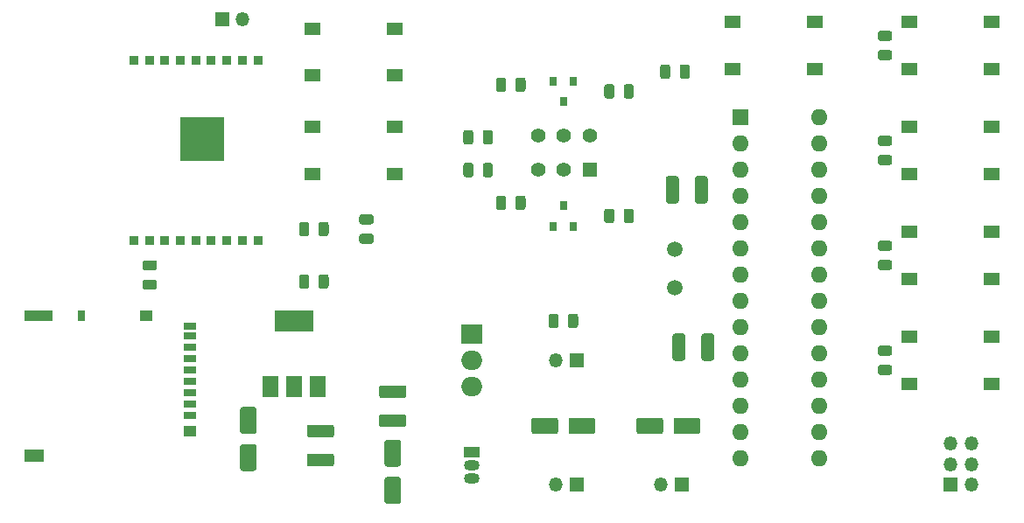
<source format=gbr>
%TF.GenerationSoftware,KiCad,Pcbnew,(5.1.6)-1*%
%TF.CreationDate,2020-08-22T17:33:05+07:00*%
%TF.ProjectId,PCB design,50434220-6465-4736-9967-6e2e6b696361,rev?*%
%TF.SameCoordinates,Original*%
%TF.FileFunction,Soldermask,Top*%
%TF.FilePolarity,Negative*%
%FSLAX46Y46*%
G04 Gerber Fmt 4.6, Leading zero omitted, Abs format (unit mm)*
G04 Created by KiCad (PCBNEW (5.1.6)-1) date 2020-08-22 17:33:05*
%MOMM*%
%LPD*%
G01*
G04 APERTURE LIST*
%ADD10R,1.550000X1.300000*%
%ADD11C,1.500000*%
%ADD12C,1.400000*%
%ADD13R,1.400000X1.400000*%
%ADD14O,1.350000X1.350000*%
%ADD15R,1.350000X1.350000*%
%ADD16O,2.000000X1.905000*%
%ADD17R,2.000000X1.905000*%
%ADD18R,0.800000X0.900000*%
%ADD19R,1.900000X1.300000*%
%ADD20R,2.800000X1.000000*%
%ADD21R,0.800000X1.000000*%
%ADD22R,1.200000X1.000000*%
%ADD23R,1.200000X0.700000*%
%ADD24R,1.500000X1.050000*%
%ADD25O,1.500000X1.050000*%
%ADD26R,1.500000X2.000000*%
%ADD27R,3.800000X2.000000*%
%ADD28O,1.600000X1.600000*%
%ADD29R,1.600000X1.600000*%
%ADD30R,4.300000X4.300000*%
%ADD31R,0.912500X0.850000*%
G04 APERTURE END LIST*
D10*
%TO.C,SW5*%
X134150000Y-141950000D03*
X134150000Y-137450000D03*
X126200000Y-137450000D03*
X126200000Y-141950000D03*
%TD*%
%TO.C,SW7*%
X134150000Y-121630000D03*
X134150000Y-117130000D03*
X126200000Y-117130000D03*
X126200000Y-121630000D03*
%TD*%
%TO.C,SW6*%
X134150000Y-131790000D03*
X134150000Y-127290000D03*
X126200000Y-127290000D03*
X126200000Y-131790000D03*
%TD*%
%TO.C,SW4*%
X134150000Y-152110000D03*
X134150000Y-147610000D03*
X126200000Y-147610000D03*
X126200000Y-152110000D03*
%TD*%
%TO.C,SW3*%
X76365000Y-122265000D03*
X76365000Y-117765000D03*
X68415000Y-117765000D03*
X68415000Y-122265000D03*
%TD*%
%TO.C,SW2*%
X76365000Y-131790000D03*
X76365000Y-127290000D03*
X68415000Y-127290000D03*
X68415000Y-131790000D03*
%TD*%
%TO.C,SW1*%
X117005000Y-121630000D03*
X117005000Y-117130000D03*
X109055000Y-117130000D03*
X109055000Y-121630000D03*
%TD*%
%TO.C,D2*%
G36*
G01*
X84905000Y-128726250D02*
X84905000Y-127813750D01*
G75*
G02*
X85148750Y-127570000I243750J0D01*
G01*
X85636250Y-127570000D01*
G75*
G02*
X85880000Y-127813750I0J-243750D01*
G01*
X85880000Y-128726250D01*
G75*
G02*
X85636250Y-128970000I-243750J0D01*
G01*
X85148750Y-128970000D01*
G75*
G02*
X84905000Y-128726250I0J243750D01*
G01*
G37*
G36*
G01*
X83030000Y-128726250D02*
X83030000Y-127813750D01*
G75*
G02*
X83273750Y-127570000I243750J0D01*
G01*
X83761250Y-127570000D01*
G75*
G02*
X84005000Y-127813750I0J-243750D01*
G01*
X84005000Y-128726250D01*
G75*
G02*
X83761250Y-128970000I-243750J0D01*
G01*
X83273750Y-128970000D01*
G75*
G02*
X83030000Y-128726250I0J243750D01*
G01*
G37*
%TD*%
%TO.C,D1*%
G36*
G01*
X84905000Y-131901250D02*
X84905000Y-130988750D01*
G75*
G02*
X85148750Y-130745000I243750J0D01*
G01*
X85636250Y-130745000D01*
G75*
G02*
X85880000Y-130988750I0J-243750D01*
G01*
X85880000Y-131901250D01*
G75*
G02*
X85636250Y-132145000I-243750J0D01*
G01*
X85148750Y-132145000D01*
G75*
G02*
X84905000Y-131901250I0J243750D01*
G01*
G37*
G36*
G01*
X83030000Y-131901250D02*
X83030000Y-130988750D01*
G75*
G02*
X83273750Y-130745000I243750J0D01*
G01*
X83761250Y-130745000D01*
G75*
G02*
X84005000Y-130988750I0J-243750D01*
G01*
X84005000Y-131901250D01*
G75*
G02*
X83761250Y-132145000I-243750J0D01*
G01*
X83273750Y-132145000D01*
G75*
G02*
X83030000Y-131901250I0J243750D01*
G01*
G37*
%TD*%
%TO.C,C8*%
G36*
G01*
X76750000Y-160155000D02*
X75650000Y-160155000D01*
G75*
G02*
X75400000Y-159905000I0J250000D01*
G01*
X75400000Y-157805000D01*
G75*
G02*
X75650000Y-157555000I250000J0D01*
G01*
X76750000Y-157555000D01*
G75*
G02*
X77000000Y-157805000I0J-250000D01*
G01*
X77000000Y-159905000D01*
G75*
G02*
X76750000Y-160155000I-250000J0D01*
G01*
G37*
G36*
G01*
X76750000Y-163755000D02*
X75650000Y-163755000D01*
G75*
G02*
X75400000Y-163505000I0J250000D01*
G01*
X75400000Y-161405000D01*
G75*
G02*
X75650000Y-161155000I250000J0D01*
G01*
X76750000Y-161155000D01*
G75*
G02*
X77000000Y-161405000I0J-250000D01*
G01*
X77000000Y-163505000D01*
G75*
G02*
X76750000Y-163755000I-250000J0D01*
G01*
G37*
%TD*%
%TO.C,C7*%
G36*
G01*
X102370000Y-155660000D02*
X102370000Y-156760000D01*
G75*
G02*
X102120000Y-157010000I-250000J0D01*
G01*
X100020000Y-157010000D01*
G75*
G02*
X99770000Y-156760000I0J250000D01*
G01*
X99770000Y-155660000D01*
G75*
G02*
X100020000Y-155410000I250000J0D01*
G01*
X102120000Y-155410000D01*
G75*
G02*
X102370000Y-155660000I0J-250000D01*
G01*
G37*
G36*
G01*
X105970000Y-155660000D02*
X105970000Y-156760000D01*
G75*
G02*
X105720000Y-157010000I-250000J0D01*
G01*
X103620000Y-157010000D01*
G75*
G02*
X103370000Y-156760000I0J250000D01*
G01*
X103370000Y-155660000D01*
G75*
G02*
X103620000Y-155410000I250000J0D01*
G01*
X105720000Y-155410000D01*
G75*
G02*
X105970000Y-155660000I0J-250000D01*
G01*
G37*
%TD*%
%TO.C,C5*%
G36*
G01*
X92210000Y-155660000D02*
X92210000Y-156760000D01*
G75*
G02*
X91960000Y-157010000I-250000J0D01*
G01*
X89860000Y-157010000D01*
G75*
G02*
X89610000Y-156760000I0J250000D01*
G01*
X89610000Y-155660000D01*
G75*
G02*
X89860000Y-155410000I250000J0D01*
G01*
X91960000Y-155410000D01*
G75*
G02*
X92210000Y-155660000I0J-250000D01*
G01*
G37*
G36*
G01*
X95810000Y-155660000D02*
X95810000Y-156760000D01*
G75*
G02*
X95560000Y-157010000I-250000J0D01*
G01*
X93460000Y-157010000D01*
G75*
G02*
X93210000Y-156760000I0J250000D01*
G01*
X93210000Y-155660000D01*
G75*
G02*
X93460000Y-155410000I250000J0D01*
G01*
X95560000Y-155410000D01*
G75*
G02*
X95810000Y-155660000I0J-250000D01*
G01*
G37*
%TD*%
%TO.C,C3*%
G36*
G01*
X61680000Y-157980000D02*
X62780000Y-157980000D01*
G75*
G02*
X63030000Y-158230000I0J-250000D01*
G01*
X63030000Y-160330000D01*
G75*
G02*
X62780000Y-160580000I-250000J0D01*
G01*
X61680000Y-160580000D01*
G75*
G02*
X61430000Y-160330000I0J250000D01*
G01*
X61430000Y-158230000D01*
G75*
G02*
X61680000Y-157980000I250000J0D01*
G01*
G37*
G36*
G01*
X61680000Y-154380000D02*
X62780000Y-154380000D01*
G75*
G02*
X63030000Y-154630000I0J-250000D01*
G01*
X63030000Y-156730000D01*
G75*
G02*
X62780000Y-156980000I-250000J0D01*
G01*
X61680000Y-156980000D01*
G75*
G02*
X61430000Y-156730000I0J250000D01*
G01*
X61430000Y-154630000D01*
G75*
G02*
X61680000Y-154380000I250000J0D01*
G01*
G37*
%TD*%
D11*
%TO.C,Y1*%
X103505000Y-139075000D03*
X103505000Y-142875000D03*
%TD*%
%TO.C,R14*%
G36*
G01*
X124281250Y-118930000D02*
X123368750Y-118930000D01*
G75*
G02*
X123125000Y-118686250I0J243750D01*
G01*
X123125000Y-118198750D01*
G75*
G02*
X123368750Y-117955000I243750J0D01*
G01*
X124281250Y-117955000D01*
G75*
G02*
X124525000Y-118198750I0J-243750D01*
G01*
X124525000Y-118686250D01*
G75*
G02*
X124281250Y-118930000I-243750J0D01*
G01*
G37*
G36*
G01*
X124281250Y-120805000D02*
X123368750Y-120805000D01*
G75*
G02*
X123125000Y-120561250I0J243750D01*
G01*
X123125000Y-120073750D01*
G75*
G02*
X123368750Y-119830000I243750J0D01*
G01*
X124281250Y-119830000D01*
G75*
G02*
X124525000Y-120073750I0J-243750D01*
G01*
X124525000Y-120561250D01*
G75*
G02*
X124281250Y-120805000I-243750J0D01*
G01*
G37*
%TD*%
%TO.C,R13*%
G36*
G01*
X124281250Y-129090000D02*
X123368750Y-129090000D01*
G75*
G02*
X123125000Y-128846250I0J243750D01*
G01*
X123125000Y-128358750D01*
G75*
G02*
X123368750Y-128115000I243750J0D01*
G01*
X124281250Y-128115000D01*
G75*
G02*
X124525000Y-128358750I0J-243750D01*
G01*
X124525000Y-128846250D01*
G75*
G02*
X124281250Y-129090000I-243750J0D01*
G01*
G37*
G36*
G01*
X124281250Y-130965000D02*
X123368750Y-130965000D01*
G75*
G02*
X123125000Y-130721250I0J243750D01*
G01*
X123125000Y-130233750D01*
G75*
G02*
X123368750Y-129990000I243750J0D01*
G01*
X124281250Y-129990000D01*
G75*
G02*
X124525000Y-130233750I0J-243750D01*
G01*
X124525000Y-130721250D01*
G75*
G02*
X124281250Y-130965000I-243750J0D01*
G01*
G37*
%TD*%
%TO.C,R12*%
G36*
G01*
X124281250Y-139250000D02*
X123368750Y-139250000D01*
G75*
G02*
X123125000Y-139006250I0J243750D01*
G01*
X123125000Y-138518750D01*
G75*
G02*
X123368750Y-138275000I243750J0D01*
G01*
X124281250Y-138275000D01*
G75*
G02*
X124525000Y-138518750I0J-243750D01*
G01*
X124525000Y-139006250D01*
G75*
G02*
X124281250Y-139250000I-243750J0D01*
G01*
G37*
G36*
G01*
X124281250Y-141125000D02*
X123368750Y-141125000D01*
G75*
G02*
X123125000Y-140881250I0J243750D01*
G01*
X123125000Y-140393750D01*
G75*
G02*
X123368750Y-140150000I243750J0D01*
G01*
X124281250Y-140150000D01*
G75*
G02*
X124525000Y-140393750I0J-243750D01*
G01*
X124525000Y-140881250D01*
G75*
G02*
X124281250Y-141125000I-243750J0D01*
G01*
G37*
%TD*%
%TO.C,R11*%
G36*
G01*
X124281250Y-149410000D02*
X123368750Y-149410000D01*
G75*
G02*
X123125000Y-149166250I0J243750D01*
G01*
X123125000Y-148678750D01*
G75*
G02*
X123368750Y-148435000I243750J0D01*
G01*
X124281250Y-148435000D01*
G75*
G02*
X124525000Y-148678750I0J-243750D01*
G01*
X124525000Y-149166250D01*
G75*
G02*
X124281250Y-149410000I-243750J0D01*
G01*
G37*
G36*
G01*
X124281250Y-151285000D02*
X123368750Y-151285000D01*
G75*
G02*
X123125000Y-151041250I0J243750D01*
G01*
X123125000Y-150553750D01*
G75*
G02*
X123368750Y-150310000I243750J0D01*
G01*
X124281250Y-150310000D01*
G75*
G02*
X124525000Y-150553750I0J-243750D01*
G01*
X124525000Y-151041250D01*
G75*
G02*
X124281250Y-151285000I-243750J0D01*
G01*
G37*
%TD*%
%TO.C,R10*%
G36*
G01*
X92260000Y-145593750D02*
X92260000Y-146506250D01*
G75*
G02*
X92016250Y-146750000I-243750J0D01*
G01*
X91528750Y-146750000D01*
G75*
G02*
X91285000Y-146506250I0J243750D01*
G01*
X91285000Y-145593750D01*
G75*
G02*
X91528750Y-145350000I243750J0D01*
G01*
X92016250Y-145350000D01*
G75*
G02*
X92260000Y-145593750I0J-243750D01*
G01*
G37*
G36*
G01*
X94135000Y-145593750D02*
X94135000Y-146506250D01*
G75*
G02*
X93891250Y-146750000I-243750J0D01*
G01*
X93403750Y-146750000D01*
G75*
G02*
X93160000Y-146506250I0J243750D01*
G01*
X93160000Y-145593750D01*
G75*
G02*
X93403750Y-145350000I243750J0D01*
G01*
X93891250Y-145350000D01*
G75*
G02*
X94135000Y-145593750I0J-243750D01*
G01*
G37*
%TD*%
%TO.C,R9*%
G36*
G01*
X88080000Y-135076250D02*
X88080000Y-134163750D01*
G75*
G02*
X88323750Y-133920000I243750J0D01*
G01*
X88811250Y-133920000D01*
G75*
G02*
X89055000Y-134163750I0J-243750D01*
G01*
X89055000Y-135076250D01*
G75*
G02*
X88811250Y-135320000I-243750J0D01*
G01*
X88323750Y-135320000D01*
G75*
G02*
X88080000Y-135076250I0J243750D01*
G01*
G37*
G36*
G01*
X86205000Y-135076250D02*
X86205000Y-134163750D01*
G75*
G02*
X86448750Y-133920000I243750J0D01*
G01*
X86936250Y-133920000D01*
G75*
G02*
X87180000Y-134163750I0J-243750D01*
G01*
X87180000Y-135076250D01*
G75*
G02*
X86936250Y-135320000I-243750J0D01*
G01*
X86448750Y-135320000D01*
G75*
G02*
X86205000Y-135076250I0J243750D01*
G01*
G37*
%TD*%
%TO.C,R8*%
G36*
G01*
X97642500Y-135433750D02*
X97642500Y-136346250D01*
G75*
G02*
X97398750Y-136590000I-243750J0D01*
G01*
X96911250Y-136590000D01*
G75*
G02*
X96667500Y-136346250I0J243750D01*
G01*
X96667500Y-135433750D01*
G75*
G02*
X96911250Y-135190000I243750J0D01*
G01*
X97398750Y-135190000D01*
G75*
G02*
X97642500Y-135433750I0J-243750D01*
G01*
G37*
G36*
G01*
X99517500Y-135433750D02*
X99517500Y-136346250D01*
G75*
G02*
X99273750Y-136590000I-243750J0D01*
G01*
X98786250Y-136590000D01*
G75*
G02*
X98542500Y-136346250I0J243750D01*
G01*
X98542500Y-135433750D01*
G75*
G02*
X98786250Y-135190000I243750J0D01*
G01*
X99273750Y-135190000D01*
G75*
G02*
X99517500Y-135433750I0J-243750D01*
G01*
G37*
%TD*%
%TO.C,R7*%
G36*
G01*
X88080000Y-123646250D02*
X88080000Y-122733750D01*
G75*
G02*
X88323750Y-122490000I243750J0D01*
G01*
X88811250Y-122490000D01*
G75*
G02*
X89055000Y-122733750I0J-243750D01*
G01*
X89055000Y-123646250D01*
G75*
G02*
X88811250Y-123890000I-243750J0D01*
G01*
X88323750Y-123890000D01*
G75*
G02*
X88080000Y-123646250I0J243750D01*
G01*
G37*
G36*
G01*
X86205000Y-123646250D02*
X86205000Y-122733750D01*
G75*
G02*
X86448750Y-122490000I243750J0D01*
G01*
X86936250Y-122490000D01*
G75*
G02*
X87180000Y-122733750I0J-243750D01*
G01*
X87180000Y-123646250D01*
G75*
G02*
X86936250Y-123890000I-243750J0D01*
G01*
X86448750Y-123890000D01*
G75*
G02*
X86205000Y-123646250I0J243750D01*
G01*
G37*
%TD*%
%TO.C,R6*%
G36*
G01*
X97642500Y-123368750D02*
X97642500Y-124281250D01*
G75*
G02*
X97398750Y-124525000I-243750J0D01*
G01*
X96911250Y-124525000D01*
G75*
G02*
X96667500Y-124281250I0J243750D01*
G01*
X96667500Y-123368750D01*
G75*
G02*
X96911250Y-123125000I243750J0D01*
G01*
X97398750Y-123125000D01*
G75*
G02*
X97642500Y-123368750I0J-243750D01*
G01*
G37*
G36*
G01*
X99517500Y-123368750D02*
X99517500Y-124281250D01*
G75*
G02*
X99273750Y-124525000I-243750J0D01*
G01*
X98786250Y-124525000D01*
G75*
G02*
X98542500Y-124281250I0J243750D01*
G01*
X98542500Y-123368750D01*
G75*
G02*
X98786250Y-123125000I243750J0D01*
G01*
X99273750Y-123125000D01*
G75*
G02*
X99517500Y-123368750I0J-243750D01*
G01*
G37*
%TD*%
%TO.C,R5*%
G36*
G01*
X69030000Y-142696250D02*
X69030000Y-141783750D01*
G75*
G02*
X69273750Y-141540000I243750J0D01*
G01*
X69761250Y-141540000D01*
G75*
G02*
X70005000Y-141783750I0J-243750D01*
G01*
X70005000Y-142696250D01*
G75*
G02*
X69761250Y-142940000I-243750J0D01*
G01*
X69273750Y-142940000D01*
G75*
G02*
X69030000Y-142696250I0J243750D01*
G01*
G37*
G36*
G01*
X67155000Y-142696250D02*
X67155000Y-141783750D01*
G75*
G02*
X67398750Y-141540000I243750J0D01*
G01*
X67886250Y-141540000D01*
G75*
G02*
X68130000Y-141783750I0J-243750D01*
G01*
X68130000Y-142696250D01*
G75*
G02*
X67886250Y-142940000I-243750J0D01*
G01*
X67398750Y-142940000D01*
G75*
G02*
X67155000Y-142696250I0J243750D01*
G01*
G37*
%TD*%
%TO.C,R4*%
G36*
G01*
X69030000Y-137616250D02*
X69030000Y-136703750D01*
G75*
G02*
X69273750Y-136460000I243750J0D01*
G01*
X69761250Y-136460000D01*
G75*
G02*
X70005000Y-136703750I0J-243750D01*
G01*
X70005000Y-137616250D01*
G75*
G02*
X69761250Y-137860000I-243750J0D01*
G01*
X69273750Y-137860000D01*
G75*
G02*
X69030000Y-137616250I0J243750D01*
G01*
G37*
G36*
G01*
X67155000Y-137616250D02*
X67155000Y-136703750D01*
G75*
G02*
X67398750Y-136460000I243750J0D01*
G01*
X67886250Y-136460000D01*
G75*
G02*
X68130000Y-136703750I0J-243750D01*
G01*
X68130000Y-137616250D01*
G75*
G02*
X67886250Y-137860000I-243750J0D01*
G01*
X67398750Y-137860000D01*
G75*
G02*
X67155000Y-137616250I0J243750D01*
G01*
G37*
%TD*%
%TO.C,R3*%
G36*
G01*
X74116250Y-136710000D02*
X73203750Y-136710000D01*
G75*
G02*
X72960000Y-136466250I0J243750D01*
G01*
X72960000Y-135978750D01*
G75*
G02*
X73203750Y-135735000I243750J0D01*
G01*
X74116250Y-135735000D01*
G75*
G02*
X74360000Y-135978750I0J-243750D01*
G01*
X74360000Y-136466250D01*
G75*
G02*
X74116250Y-136710000I-243750J0D01*
G01*
G37*
G36*
G01*
X74116250Y-138585000D02*
X73203750Y-138585000D01*
G75*
G02*
X72960000Y-138341250I0J243750D01*
G01*
X72960000Y-137853750D01*
G75*
G02*
X73203750Y-137610000I243750J0D01*
G01*
X74116250Y-137610000D01*
G75*
G02*
X74360000Y-137853750I0J-243750D01*
G01*
X74360000Y-138341250D01*
G75*
G02*
X74116250Y-138585000I-243750J0D01*
G01*
G37*
%TD*%
%TO.C,R2*%
G36*
G01*
X53161250Y-141155000D02*
X52248750Y-141155000D01*
G75*
G02*
X52005000Y-140911250I0J243750D01*
G01*
X52005000Y-140423750D01*
G75*
G02*
X52248750Y-140180000I243750J0D01*
G01*
X53161250Y-140180000D01*
G75*
G02*
X53405000Y-140423750I0J-243750D01*
G01*
X53405000Y-140911250D01*
G75*
G02*
X53161250Y-141155000I-243750J0D01*
G01*
G37*
G36*
G01*
X53161250Y-143030000D02*
X52248750Y-143030000D01*
G75*
G02*
X52005000Y-142786250I0J243750D01*
G01*
X52005000Y-142298750D01*
G75*
G02*
X52248750Y-142055000I243750J0D01*
G01*
X53161250Y-142055000D01*
G75*
G02*
X53405000Y-142298750I0J-243750D01*
G01*
X53405000Y-142786250D01*
G75*
G02*
X53161250Y-143030000I-243750J0D01*
G01*
G37*
%TD*%
%TO.C,R1*%
G36*
G01*
X103955000Y-122376250D02*
X103955000Y-121463750D01*
G75*
G02*
X104198750Y-121220000I243750J0D01*
G01*
X104686250Y-121220000D01*
G75*
G02*
X104930000Y-121463750I0J-243750D01*
G01*
X104930000Y-122376250D01*
G75*
G02*
X104686250Y-122620000I-243750J0D01*
G01*
X104198750Y-122620000D01*
G75*
G02*
X103955000Y-122376250I0J243750D01*
G01*
G37*
G36*
G01*
X102080000Y-122376250D02*
X102080000Y-121463750D01*
G75*
G02*
X102323750Y-121220000I243750J0D01*
G01*
X102811250Y-121220000D01*
G75*
G02*
X103055000Y-121463750I0J-243750D01*
G01*
X103055000Y-122376250D01*
G75*
G02*
X102811250Y-122620000I-243750J0D01*
G01*
X102323750Y-122620000D01*
G75*
G02*
X102080000Y-122376250I0J243750D01*
G01*
G37*
%TD*%
%TO.C,C6*%
G36*
G01*
X75125000Y-155080000D02*
X77275000Y-155080000D01*
G75*
G02*
X77525000Y-155330000I0J-250000D01*
G01*
X77525000Y-156080000D01*
G75*
G02*
X77275000Y-156330000I-250000J0D01*
G01*
X75125000Y-156330000D01*
G75*
G02*
X74875000Y-156080000I0J250000D01*
G01*
X74875000Y-155330000D01*
G75*
G02*
X75125000Y-155080000I250000J0D01*
G01*
G37*
G36*
G01*
X75125000Y-152280000D02*
X77275000Y-152280000D01*
G75*
G02*
X77525000Y-152530000I0J-250000D01*
G01*
X77525000Y-153280000D01*
G75*
G02*
X77275000Y-153530000I-250000J0D01*
G01*
X75125000Y-153530000D01*
G75*
G02*
X74875000Y-153280000I0J250000D01*
G01*
X74875000Y-152530000D01*
G75*
G02*
X75125000Y-152280000I250000J0D01*
G01*
G37*
%TD*%
%TO.C,C4*%
G36*
G01*
X68140000Y-158890000D02*
X70290000Y-158890000D01*
G75*
G02*
X70540000Y-159140000I0J-250000D01*
G01*
X70540000Y-159890000D01*
G75*
G02*
X70290000Y-160140000I-250000J0D01*
G01*
X68140000Y-160140000D01*
G75*
G02*
X67890000Y-159890000I0J250000D01*
G01*
X67890000Y-159140000D01*
G75*
G02*
X68140000Y-158890000I250000J0D01*
G01*
G37*
G36*
G01*
X68140000Y-156090000D02*
X70290000Y-156090000D01*
G75*
G02*
X70540000Y-156340000I0J-250000D01*
G01*
X70540000Y-157090000D01*
G75*
G02*
X70290000Y-157340000I-250000J0D01*
G01*
X68140000Y-157340000D01*
G75*
G02*
X67890000Y-157090000I0J250000D01*
G01*
X67890000Y-156340000D01*
G75*
G02*
X68140000Y-156090000I250000J0D01*
G01*
G37*
%TD*%
%TO.C,C2*%
G36*
G01*
X104505000Y-147515000D02*
X104505000Y-149665000D01*
G75*
G02*
X104255000Y-149915000I-250000J0D01*
G01*
X103505000Y-149915000D01*
G75*
G02*
X103255000Y-149665000I0J250000D01*
G01*
X103255000Y-147515000D01*
G75*
G02*
X103505000Y-147265000I250000J0D01*
G01*
X104255000Y-147265000D01*
G75*
G02*
X104505000Y-147515000I0J-250000D01*
G01*
G37*
G36*
G01*
X107305000Y-147515000D02*
X107305000Y-149665000D01*
G75*
G02*
X107055000Y-149915000I-250000J0D01*
G01*
X106305000Y-149915000D01*
G75*
G02*
X106055000Y-149665000I0J250000D01*
G01*
X106055000Y-147515000D01*
G75*
G02*
X106305000Y-147265000I250000J0D01*
G01*
X107055000Y-147265000D01*
G75*
G02*
X107305000Y-147515000I0J-250000D01*
G01*
G37*
%TD*%
%TO.C,C1*%
G36*
G01*
X105420000Y-134425000D02*
X105420000Y-132275000D01*
G75*
G02*
X105670000Y-132025000I250000J0D01*
G01*
X106420000Y-132025000D01*
G75*
G02*
X106670000Y-132275000I0J-250000D01*
G01*
X106670000Y-134425000D01*
G75*
G02*
X106420000Y-134675000I-250000J0D01*
G01*
X105670000Y-134675000D01*
G75*
G02*
X105420000Y-134425000I0J250000D01*
G01*
G37*
G36*
G01*
X102620000Y-134425000D02*
X102620000Y-132275000D01*
G75*
G02*
X102870000Y-132025000I250000J0D01*
G01*
X103620000Y-132025000D01*
G75*
G02*
X103870000Y-132275000I0J-250000D01*
G01*
X103870000Y-134425000D01*
G75*
G02*
X103620000Y-134675000I-250000J0D01*
G01*
X102870000Y-134675000D01*
G75*
G02*
X102620000Y-134425000I0J250000D01*
G01*
G37*
%TD*%
D12*
%TO.C,SW8*%
X90250000Y-128145000D03*
X92750000Y-128145000D03*
X95250000Y-128145000D03*
X90250000Y-131445000D03*
X92750000Y-131445000D03*
D13*
X95250000Y-131445000D03*
%TD*%
D14*
%TO.C,J6*%
X61690000Y-116840000D03*
D15*
X59690000Y-116840000D03*
%TD*%
D16*
%TO.C,Q3*%
X83820000Y-152400000D03*
X83820000Y-149860000D03*
D17*
X83820000Y-147320000D03*
%TD*%
D18*
%TO.C,Q2*%
X92710000Y-134890000D03*
X93660000Y-136890000D03*
X91760000Y-136890000D03*
%TD*%
%TO.C,Q1*%
X92710000Y-124825000D03*
X91760000Y-122825000D03*
X93660000Y-122825000D03*
%TD*%
D14*
%TO.C,J5*%
X91980000Y-149860000D03*
D15*
X93980000Y-149860000D03*
%TD*%
D19*
%TO.C,J4*%
X41520000Y-159075000D03*
D20*
X41970000Y-145575000D03*
D21*
X46120000Y-145575000D03*
D22*
X52320000Y-145575000D03*
X56620000Y-156725000D03*
D23*
X56620000Y-148575000D03*
X56620000Y-149675000D03*
X56620000Y-150775000D03*
X56620000Y-151875000D03*
X56620000Y-152975000D03*
X56620000Y-154075000D03*
X56620000Y-155175000D03*
X56620000Y-147475000D03*
X56620000Y-146525000D03*
%TD*%
D14*
%TO.C,J3*%
X132175000Y-157925000D03*
X130175000Y-157925000D03*
X132175000Y-159925000D03*
X130175000Y-159925000D03*
X132175000Y-161925000D03*
D15*
X130175000Y-161925000D03*
%TD*%
D14*
%TO.C,J2*%
X102140000Y-161925000D03*
D15*
X104140000Y-161925000D03*
%TD*%
D14*
%TO.C,J1*%
X91980000Y-161925000D03*
D15*
X93980000Y-161925000D03*
%TD*%
D24*
%TO.C,U3*%
X83820000Y-158750000D03*
D25*
X83820000Y-161290000D03*
X83820000Y-160020000D03*
%TD*%
D26*
%TO.C,U1*%
X64375000Y-152375000D03*
X68975000Y-152375000D03*
X66675000Y-152375000D03*
D27*
X66675000Y-146075000D03*
%TD*%
D28*
%TO.C,U4*%
X117475000Y-126365000D03*
X109855000Y-159385000D03*
X117475000Y-128905000D03*
X109855000Y-156845000D03*
X117475000Y-131445000D03*
X109855000Y-154305000D03*
X117475000Y-133985000D03*
X109855000Y-151765000D03*
X117475000Y-136525000D03*
X109855000Y-149225000D03*
X117475000Y-139065000D03*
X109855000Y-146685000D03*
X117475000Y-141605000D03*
X109855000Y-144145000D03*
X117475000Y-144145000D03*
X109855000Y-141605000D03*
X117475000Y-146685000D03*
X109855000Y-139065000D03*
X117475000Y-149225000D03*
X109855000Y-136525000D03*
X117475000Y-151765000D03*
X109855000Y-133985000D03*
X117475000Y-154305000D03*
X109855000Y-131445000D03*
X117475000Y-156845000D03*
X109855000Y-128905000D03*
X117475000Y-159385000D03*
D29*
X109855000Y-126365000D03*
%TD*%
D30*
%TO.C,U2*%
X57730000Y-128420000D03*
D31*
X51150000Y-138277500D03*
X52650000Y-138277500D03*
X54150000Y-138277500D03*
X55650000Y-138277500D03*
X57150000Y-138277500D03*
X58650000Y-138277500D03*
X60150000Y-138277500D03*
X61650000Y-138277500D03*
X63150000Y-138277500D03*
X63150000Y-120802500D03*
X61650000Y-120802500D03*
X60150000Y-120802500D03*
X58650000Y-120802500D03*
X57150000Y-120802500D03*
X55650000Y-120802500D03*
X54150000Y-120802500D03*
X52650000Y-120802500D03*
X51150000Y-120802500D03*
%TD*%
M02*

</source>
